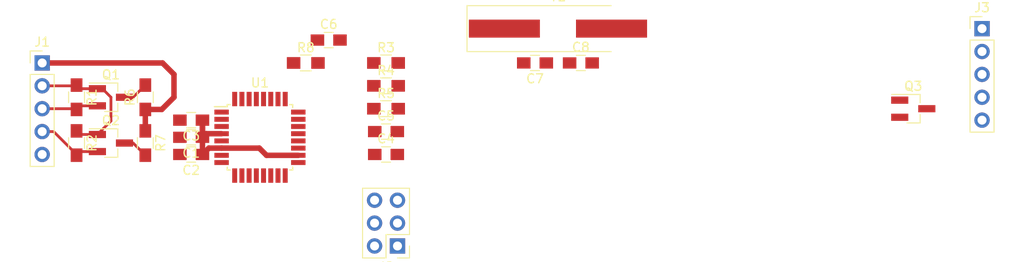
<source format=kicad_pcb>
(kicad_pcb (version 4) (host pcbnew 4.0.7-e2-6376~58~ubuntu16.04.1)

  (general
    (links 59)
    (no_connects 42)
    (area 0 0 0 0)
    (thickness 1.6)
    (drawings 0)
    (tracks 40)
    (zones 0)
    (modules 24)
    (nets 33)
  )

  (page A4)
  (layers
    (0 F.Cu signal)
    (31 B.Cu signal)
    (32 B.Adhes user hide)
    (33 F.Adhes user hide)
    (34 B.Paste user hide)
    (35 F.Paste user hide)
    (36 B.SilkS user hide)
    (37 F.SilkS user hide)
    (38 B.Mask user)
    (39 F.Mask user)
    (40 Dwgs.User user)
    (41 Cmts.User user)
    (42 Eco1.User user)
    (43 Eco2.User user)
    (44 Edge.Cuts user)
    (45 Margin user)
    (46 B.CrtYd user)
    (47 F.CrtYd user)
    (48 B.Fab user)
    (49 F.Fab user)
  )

  (setup
    (last_trace_width 0.1524)
    (trace_clearance 0.1524)
    (zone_clearance 0.508)
    (zone_45_only no)
    (trace_min 0.1524)
    (segment_width 0.2)
    (edge_width 0.15)
    (via_size 0.6858)
    (via_drill 0.3302)
    (via_min_size 0.6858)
    (via_min_drill 0.3302)
    (uvia_size 0.6858)
    (uvia_drill 0.3302)
    (uvias_allowed no)
    (uvia_min_size 0)
    (uvia_min_drill 0)
    (pcb_text_width 0.3)
    (pcb_text_size 1.5 1.5)
    (mod_edge_width 0.15)
    (mod_text_size 1 1)
    (mod_text_width 0.15)
    (pad_size 1.524 1.524)
    (pad_drill 0.762)
    (pad_to_mask_clearance 0.0508)
    (aux_axis_origin 0 0)
    (visible_elements FFFFFF5F)
    (pcbplotparams
      (layerselection 0x00030_80000001)
      (usegerberextensions false)
      (excludeedgelayer true)
      (linewidth 0.100000)
      (plotframeref false)
      (viasonmask false)
      (mode 1)
      (useauxorigin false)
      (hpglpennumber 1)
      (hpglpenspeed 20)
      (hpglpendiameter 15)
      (hpglpenoverlay 2)
      (psnegative false)
      (psa4output false)
      (plotreference true)
      (plotvalue true)
      (plotinvisibletext false)
      (padsonsilk false)
      (subtractmaskfromsilk false)
      (outputformat 1)
      (mirror false)
      (drillshape 1)
      (scaleselection 1)
      (outputdirectory ""))
  )

  (net 0 "")
  (net 1 +5V)
  (net 2 GND)
  (net 3 "Net-(C5-Pad1)")
  (net 4 RESET)
  (net 5 "Net-(C7-Pad2)")
  (net 6 "Net-(C8-Pad2)")
  (net 7 VCC)
  (net 8 SDA_L)
  (net 9 SCL_L)
  (net 10 MISO)
  (net 11 SCK)
  (net 12 MOSI)
  (net 13 CO)
  (net 14 NH3)
  (net 15 NO2)
  (net 16 +5VA)
  (net 17 SDA_H)
  (net 18 SCL_H)
  (net 19 HEATER_EN)
  (net 20 "Net-(U1-Pad1)")
  (net 21 "Net-(U1-Pad2)")
  (net 22 "Net-(U1-Pad9)")
  (net 23 "Net-(U1-Pad10)")
  (net 24 "Net-(U1-Pad11)")
  (net 25 "Net-(U1-Pad13)")
  (net 26 "Net-(U1-Pad14)")
  (net 27 "Net-(U1-Pad19)")
  (net 28 "Net-(U1-Pad22)")
  (net 29 "Net-(U1-Pad26)")
  (net 30 "Net-(U1-Pad30)")
  (net 31 "Net-(U1-Pad31)")
  (net 32 "Net-(U1-Pad32)")

  (net_class Default "Dies ist die voreingestellte Netzklasse."
    (clearance 0.1524)
    (trace_width 0.1524)
    (via_dia 0.6858)
    (via_drill 0.3302)
    (uvia_dia 0.6858)
    (uvia_drill 0.3302)
    (add_net "Net-(C5-Pad1)")
    (add_net "Net-(C7-Pad2)")
    (add_net "Net-(C8-Pad2)")
    (add_net "Net-(U1-Pad1)")
    (add_net "Net-(U1-Pad10)")
    (add_net "Net-(U1-Pad11)")
    (add_net "Net-(U1-Pad13)")
    (add_net "Net-(U1-Pad14)")
    (add_net "Net-(U1-Pad19)")
    (add_net "Net-(U1-Pad2)")
    (add_net "Net-(U1-Pad22)")
    (add_net "Net-(U1-Pad26)")
    (add_net "Net-(U1-Pad30)")
    (add_net "Net-(U1-Pad31)")
    (add_net "Net-(U1-Pad32)")
    (add_net "Net-(U1-Pad9)")
  )

  (net_class Power ""
    (clearance 0.1524)
    (trace_width 0.6096)
    (via_dia 0.6858)
    (via_drill 0.3302)
    (uvia_dia 0.6858)
    (uvia_drill 0.3302)
    (add_net +5V)
    (add_net +5VA)
    (add_net GND)
  )

  (net_class Signal ""
    (clearance 0.1524)
    (trace_width 0.3048)
    (via_dia 0.6858)
    (via_drill 0.3302)
    (uvia_dia 0.6858)
    (uvia_drill 0.3302)
    (add_net CO)
    (add_net HEATER_EN)
    (add_net MISO)
    (add_net MOSI)
    (add_net NH3)
    (add_net NO2)
    (add_net RESET)
    (add_net SCK)
    (add_net SCL_H)
    (add_net SCL_L)
    (add_net SDA_H)
    (add_net SDA_L)
    (add_net VCC)
  )

  (module Capacitors_SMD:C_0805_HandSoldering (layer F.Cu) (tedit 5A861DA6) (tstamp 5A8619DB)
    (at 110.49 106.045 180)
    (descr "Capacitor SMD 0805, hand soldering")
    (tags "capacitor 0805")
    (path /5A870CE1)
    (attr smd)
    (fp_text reference C1 (at 0 -1.75 360) (layer F.SilkS)
      (effects (font (size 1 1) (thickness 0.15)))
    )
    (fp_text value 100n (at 0 1.75 180) (layer F.Fab)
      (effects (font (size 1 1) (thickness 0.15)))
    )
    (fp_text user %R (at 0 -1.75 180) (layer F.Fab)
      (effects (font (size 1 1) (thickness 0.15)))
    )
    (fp_line (start -1 0.62) (end -1 -0.62) (layer F.Fab) (width 0.1))
    (fp_line (start 1 0.62) (end -1 0.62) (layer F.Fab) (width 0.1))
    (fp_line (start 1 -0.62) (end 1 0.62) (layer F.Fab) (width 0.1))
    (fp_line (start -1 -0.62) (end 1 -0.62) (layer F.Fab) (width 0.1))
    (fp_line (start 0.5 -0.85) (end -0.5 -0.85) (layer F.SilkS) (width 0.12))
    (fp_line (start -0.5 0.85) (end 0.5 0.85) (layer F.SilkS) (width 0.12))
    (fp_line (start -2.25 -0.88) (end 2.25 -0.88) (layer F.CrtYd) (width 0.05))
    (fp_line (start -2.25 -0.88) (end -2.25 0.87) (layer F.CrtYd) (width 0.05))
    (fp_line (start 2.25 0.87) (end 2.25 -0.88) (layer F.CrtYd) (width 0.05))
    (fp_line (start 2.25 0.87) (end -2.25 0.87) (layer F.CrtYd) (width 0.05))
    (pad 1 smd rect (at -1.25 0 180) (size 1.5 1.25) (layers F.Cu F.Paste F.Mask)
      (net 1 +5V))
    (pad 2 smd rect (at 1.25 0 180) (size 1.5 1.25) (layers F.Cu F.Paste F.Mask)
      (net 2 GND))
    (model Capacitors_SMD.3dshapes/C_0805.wrl
      (at (xyz 0 0 0))
      (scale (xyz 1 1 1))
      (rotate (xyz 0 0 0))
    )
  )

  (module Capacitors_SMD:C_0805_HandSoldering (layer F.Cu) (tedit 58AA84A8) (tstamp 5A8619E1)
    (at 110.49 107.95 180)
    (descr "Capacitor SMD 0805, hand soldering")
    (tags "capacitor 0805")
    (path /5A86C618)
    (attr smd)
    (fp_text reference C2 (at 0 -1.75 180) (layer F.SilkS)
      (effects (font (size 1 1) (thickness 0.15)))
    )
    (fp_text value 100n (at 0 1.75 180) (layer F.Fab)
      (effects (font (size 1 1) (thickness 0.15)))
    )
    (fp_text user %R (at 0 -1.75 180) (layer F.Fab)
      (effects (font (size 1 1) (thickness 0.15)))
    )
    (fp_line (start -1 0.62) (end -1 -0.62) (layer F.Fab) (width 0.1))
    (fp_line (start 1 0.62) (end -1 0.62) (layer F.Fab) (width 0.1))
    (fp_line (start 1 -0.62) (end 1 0.62) (layer F.Fab) (width 0.1))
    (fp_line (start -1 -0.62) (end 1 -0.62) (layer F.Fab) (width 0.1))
    (fp_line (start 0.5 -0.85) (end -0.5 -0.85) (layer F.SilkS) (width 0.12))
    (fp_line (start -0.5 0.85) (end 0.5 0.85) (layer F.SilkS) (width 0.12))
    (fp_line (start -2.25 -0.88) (end 2.25 -0.88) (layer F.CrtYd) (width 0.05))
    (fp_line (start -2.25 -0.88) (end -2.25 0.87) (layer F.CrtYd) (width 0.05))
    (fp_line (start 2.25 0.87) (end 2.25 -0.88) (layer F.CrtYd) (width 0.05))
    (fp_line (start 2.25 0.87) (end -2.25 0.87) (layer F.CrtYd) (width 0.05))
    (pad 1 smd rect (at -1.25 0 180) (size 1.5 1.25) (layers F.Cu F.Paste F.Mask)
      (net 1 +5V))
    (pad 2 smd rect (at 1.25 0 180) (size 1.5 1.25) (layers F.Cu F.Paste F.Mask)
      (net 2 GND))
    (model Capacitors_SMD.3dshapes/C_0805.wrl
      (at (xyz 0 0 0))
      (scale (xyz 1 1 1))
      (rotate (xyz 0 0 0))
    )
  )

  (module Capacitors_SMD:C_0805_HandSoldering (layer F.Cu) (tedit 58AA84A8) (tstamp 5A8619E7)
    (at 110.49 104.14 180)
    (descr "Capacitor SMD 0805, hand soldering")
    (tags "capacitor 0805")
    (path /5A870BB7)
    (attr smd)
    (fp_text reference C3 (at 0 -1.75 180) (layer F.SilkS)
      (effects (font (size 1 1) (thickness 0.15)))
    )
    (fp_text value 10n (at 0 1.75 180) (layer F.Fab)
      (effects (font (size 1 1) (thickness 0.15)))
    )
    (fp_text user %R (at 0 -1.75 180) (layer F.Fab)
      (effects (font (size 1 1) (thickness 0.15)))
    )
    (fp_line (start -1 0.62) (end -1 -0.62) (layer F.Fab) (width 0.1))
    (fp_line (start 1 0.62) (end -1 0.62) (layer F.Fab) (width 0.1))
    (fp_line (start 1 -0.62) (end 1 0.62) (layer F.Fab) (width 0.1))
    (fp_line (start -1 -0.62) (end 1 -0.62) (layer F.Fab) (width 0.1))
    (fp_line (start 0.5 -0.85) (end -0.5 -0.85) (layer F.SilkS) (width 0.12))
    (fp_line (start -0.5 0.85) (end 0.5 0.85) (layer F.SilkS) (width 0.12))
    (fp_line (start -2.25 -0.88) (end 2.25 -0.88) (layer F.CrtYd) (width 0.05))
    (fp_line (start -2.25 -0.88) (end -2.25 0.87) (layer F.CrtYd) (width 0.05))
    (fp_line (start 2.25 0.87) (end 2.25 -0.88) (layer F.CrtYd) (width 0.05))
    (fp_line (start 2.25 0.87) (end -2.25 0.87) (layer F.CrtYd) (width 0.05))
    (pad 1 smd rect (at -1.25 0 180) (size 1.5 1.25) (layers F.Cu F.Paste F.Mask)
      (net 1 +5V))
    (pad 2 smd rect (at 1.25 0 180) (size 1.5 1.25) (layers F.Cu F.Paste F.Mask)
      (net 2 GND))
    (model Capacitors_SMD.3dshapes/C_0805.wrl
      (at (xyz 0 0 0))
      (scale (xyz 1 1 1))
      (rotate (xyz 0 0 0))
    )
  )

  (module Capacitors_SMD:C_0805_HandSoldering (layer F.Cu) (tedit 58AA84A8) (tstamp 5A8619ED)
    (at 132.08 107.95)
    (descr "Capacitor SMD 0805, hand soldering")
    (tags "capacitor 0805")
    (path /5A871135)
    (attr smd)
    (fp_text reference C4 (at 0 -1.75) (layer F.SilkS)
      (effects (font (size 1 1) (thickness 0.15)))
    )
    (fp_text value 100n (at 0 1.75) (layer F.Fab)
      (effects (font (size 1 1) (thickness 0.15)))
    )
    (fp_text user %R (at 0 -1.75) (layer F.Fab)
      (effects (font (size 1 1) (thickness 0.15)))
    )
    (fp_line (start -1 0.62) (end -1 -0.62) (layer F.Fab) (width 0.1))
    (fp_line (start 1 0.62) (end -1 0.62) (layer F.Fab) (width 0.1))
    (fp_line (start 1 -0.62) (end 1 0.62) (layer F.Fab) (width 0.1))
    (fp_line (start -1 -0.62) (end 1 -0.62) (layer F.Fab) (width 0.1))
    (fp_line (start 0.5 -0.85) (end -0.5 -0.85) (layer F.SilkS) (width 0.12))
    (fp_line (start -0.5 0.85) (end 0.5 0.85) (layer F.SilkS) (width 0.12))
    (fp_line (start -2.25 -0.88) (end 2.25 -0.88) (layer F.CrtYd) (width 0.05))
    (fp_line (start -2.25 -0.88) (end -2.25 0.87) (layer F.CrtYd) (width 0.05))
    (fp_line (start 2.25 0.87) (end 2.25 -0.88) (layer F.CrtYd) (width 0.05))
    (fp_line (start 2.25 0.87) (end -2.25 0.87) (layer F.CrtYd) (width 0.05))
    (pad 1 smd rect (at -1.25 0) (size 1.5 1.25) (layers F.Cu F.Paste F.Mask)
      (net 1 +5V))
    (pad 2 smd rect (at 1.25 0) (size 1.5 1.25) (layers F.Cu F.Paste F.Mask)
      (net 2 GND))
    (model Capacitors_SMD.3dshapes/C_0805.wrl
      (at (xyz 0 0 0))
      (scale (xyz 1 1 1))
      (rotate (xyz 0 0 0))
    )
  )

  (module Capacitors_SMD:C_0805_HandSoldering (layer F.Cu) (tedit 58AA84A8) (tstamp 5A8619F3)
    (at 132.08 105.41)
    (descr "Capacitor SMD 0805, hand soldering")
    (tags "capacitor 0805")
    (path /5A86EB3D)
    (attr smd)
    (fp_text reference C5 (at 0 -1.75) (layer F.SilkS)
      (effects (font (size 1 1) (thickness 0.15)))
    )
    (fp_text value 100n (at 0 1.75) (layer F.Fab)
      (effects (font (size 1 1) (thickness 0.15)))
    )
    (fp_text user %R (at 0 -1.75) (layer F.Fab)
      (effects (font (size 1 1) (thickness 0.15)))
    )
    (fp_line (start -1 0.62) (end -1 -0.62) (layer F.Fab) (width 0.1))
    (fp_line (start 1 0.62) (end -1 0.62) (layer F.Fab) (width 0.1))
    (fp_line (start 1 -0.62) (end 1 0.62) (layer F.Fab) (width 0.1))
    (fp_line (start -1 -0.62) (end 1 -0.62) (layer F.Fab) (width 0.1))
    (fp_line (start 0.5 -0.85) (end -0.5 -0.85) (layer F.SilkS) (width 0.12))
    (fp_line (start -0.5 0.85) (end 0.5 0.85) (layer F.SilkS) (width 0.12))
    (fp_line (start -2.25 -0.88) (end 2.25 -0.88) (layer F.CrtYd) (width 0.05))
    (fp_line (start -2.25 -0.88) (end -2.25 0.87) (layer F.CrtYd) (width 0.05))
    (fp_line (start 2.25 0.87) (end 2.25 -0.88) (layer F.CrtYd) (width 0.05))
    (fp_line (start 2.25 0.87) (end -2.25 0.87) (layer F.CrtYd) (width 0.05))
    (pad 1 smd rect (at -1.25 0) (size 1.5 1.25) (layers F.Cu F.Paste F.Mask)
      (net 3 "Net-(C5-Pad1)"))
    (pad 2 smd rect (at 1.25 0) (size 1.5 1.25) (layers F.Cu F.Paste F.Mask)
      (net 2 GND))
    (model Capacitors_SMD.3dshapes/C_0805.wrl
      (at (xyz 0 0 0))
      (scale (xyz 1 1 1))
      (rotate (xyz 0 0 0))
    )
  )

  (module Capacitors_SMD:C_0805_HandSoldering (layer F.Cu) (tedit 58AA84A8) (tstamp 5A8619F9)
    (at 125.73 95.25)
    (descr "Capacitor SMD 0805, hand soldering")
    (tags "capacitor 0805")
    (path /5A87D267)
    (attr smd)
    (fp_text reference C6 (at 0 -1.75) (layer F.SilkS)
      (effects (font (size 1 1) (thickness 0.15)))
    )
    (fp_text value 100n (at 0 1.75) (layer F.Fab)
      (effects (font (size 1 1) (thickness 0.15)))
    )
    (fp_text user %R (at 0 -1.75) (layer F.Fab)
      (effects (font (size 1 1) (thickness 0.15)))
    )
    (fp_line (start -1 0.62) (end -1 -0.62) (layer F.Fab) (width 0.1))
    (fp_line (start 1 0.62) (end -1 0.62) (layer F.Fab) (width 0.1))
    (fp_line (start 1 -0.62) (end 1 0.62) (layer F.Fab) (width 0.1))
    (fp_line (start -1 -0.62) (end 1 -0.62) (layer F.Fab) (width 0.1))
    (fp_line (start 0.5 -0.85) (end -0.5 -0.85) (layer F.SilkS) (width 0.12))
    (fp_line (start -0.5 0.85) (end 0.5 0.85) (layer F.SilkS) (width 0.12))
    (fp_line (start -2.25 -0.88) (end 2.25 -0.88) (layer F.CrtYd) (width 0.05))
    (fp_line (start -2.25 -0.88) (end -2.25 0.87) (layer F.CrtYd) (width 0.05))
    (fp_line (start 2.25 0.87) (end 2.25 -0.88) (layer F.CrtYd) (width 0.05))
    (fp_line (start 2.25 0.87) (end -2.25 0.87) (layer F.CrtYd) (width 0.05))
    (pad 1 smd rect (at -1.25 0) (size 1.5 1.25) (layers F.Cu F.Paste F.Mask)
      (net 4 RESET))
    (pad 2 smd rect (at 1.25 0) (size 1.5 1.25) (layers F.Cu F.Paste F.Mask)
      (net 2 GND))
    (model Capacitors_SMD.3dshapes/C_0805.wrl
      (at (xyz 0 0 0))
      (scale (xyz 1 1 1))
      (rotate (xyz 0 0 0))
    )
  )

  (module Capacitors_SMD:C_0805_HandSoldering (layer F.Cu) (tedit 58AA84A8) (tstamp 5A8619FF)
    (at 148.59 97.79 180)
    (descr "Capacitor SMD 0805, hand soldering")
    (tags "capacitor 0805")
    (path /5A860FF1)
    (attr smd)
    (fp_text reference C7 (at 0 -1.75 180) (layer F.SilkS)
      (effects (font (size 1 1) (thickness 0.15)))
    )
    (fp_text value 12p-22p (at 0 1.75 180) (layer F.Fab)
      (effects (font (size 1 1) (thickness 0.15)))
    )
    (fp_text user %R (at 0 -1.75 180) (layer F.Fab)
      (effects (font (size 1 1) (thickness 0.15)))
    )
    (fp_line (start -1 0.62) (end -1 -0.62) (layer F.Fab) (width 0.1))
    (fp_line (start 1 0.62) (end -1 0.62) (layer F.Fab) (width 0.1))
    (fp_line (start 1 -0.62) (end 1 0.62) (layer F.Fab) (width 0.1))
    (fp_line (start -1 -0.62) (end 1 -0.62) (layer F.Fab) (width 0.1))
    (fp_line (start 0.5 -0.85) (end -0.5 -0.85) (layer F.SilkS) (width 0.12))
    (fp_line (start -0.5 0.85) (end 0.5 0.85) (layer F.SilkS) (width 0.12))
    (fp_line (start -2.25 -0.88) (end 2.25 -0.88) (layer F.CrtYd) (width 0.05))
    (fp_line (start -2.25 -0.88) (end -2.25 0.87) (layer F.CrtYd) (width 0.05))
    (fp_line (start 2.25 0.87) (end 2.25 -0.88) (layer F.CrtYd) (width 0.05))
    (fp_line (start 2.25 0.87) (end -2.25 0.87) (layer F.CrtYd) (width 0.05))
    (pad 1 smd rect (at -1.25 0 180) (size 1.5 1.25) (layers F.Cu F.Paste F.Mask)
      (net 2 GND))
    (pad 2 smd rect (at 1.25 0 180) (size 1.5 1.25) (layers F.Cu F.Paste F.Mask)
      (net 5 "Net-(C7-Pad2)"))
    (model Capacitors_SMD.3dshapes/C_0805.wrl
      (at (xyz 0 0 0))
      (scale (xyz 1 1 1))
      (rotate (xyz 0 0 0))
    )
  )

  (module Capacitors_SMD:C_0805_HandSoldering (layer F.Cu) (tedit 58AA84A8) (tstamp 5A861A05)
    (at 153.67 97.79)
    (descr "Capacitor SMD 0805, hand soldering")
    (tags "capacitor 0805")
    (path /5A888077)
    (attr smd)
    (fp_text reference C8 (at 0 -1.75) (layer F.SilkS)
      (effects (font (size 1 1) (thickness 0.15)))
    )
    (fp_text value 12p-22p (at 0 1.75) (layer F.Fab)
      (effects (font (size 1 1) (thickness 0.15)))
    )
    (fp_text user %R (at 0 -1.75) (layer F.Fab)
      (effects (font (size 1 1) (thickness 0.15)))
    )
    (fp_line (start -1 0.62) (end -1 -0.62) (layer F.Fab) (width 0.1))
    (fp_line (start 1 0.62) (end -1 0.62) (layer F.Fab) (width 0.1))
    (fp_line (start 1 -0.62) (end 1 0.62) (layer F.Fab) (width 0.1))
    (fp_line (start -1 -0.62) (end 1 -0.62) (layer F.Fab) (width 0.1))
    (fp_line (start 0.5 -0.85) (end -0.5 -0.85) (layer F.SilkS) (width 0.12))
    (fp_line (start -0.5 0.85) (end 0.5 0.85) (layer F.SilkS) (width 0.12))
    (fp_line (start -2.25 -0.88) (end 2.25 -0.88) (layer F.CrtYd) (width 0.05))
    (fp_line (start -2.25 -0.88) (end -2.25 0.87) (layer F.CrtYd) (width 0.05))
    (fp_line (start 2.25 0.87) (end 2.25 -0.88) (layer F.CrtYd) (width 0.05))
    (fp_line (start 2.25 0.87) (end -2.25 0.87) (layer F.CrtYd) (width 0.05))
    (pad 1 smd rect (at -1.25 0) (size 1.5 1.25) (layers F.Cu F.Paste F.Mask)
      (net 2 GND))
    (pad 2 smd rect (at 1.25 0) (size 1.5 1.25) (layers F.Cu F.Paste F.Mask)
      (net 6 "Net-(C8-Pad2)"))
    (model Capacitors_SMD.3dshapes/C_0805.wrl
      (at (xyz 0 0 0))
      (scale (xyz 1 1 1))
      (rotate (xyz 0 0 0))
    )
  )

  (module Pin_Headers:Pin_Header_Straight_2x03_Pitch2.54mm (layer F.Cu) (tedit 59650532) (tstamp 5A861A18)
    (at 133.35 118.11 180)
    (descr "Through hole straight pin header, 2x03, 2.54mm pitch, double rows")
    (tags "Through hole pin header THT 2x03 2.54mm double row")
    (path /5A865637)
    (fp_text reference J2 (at 1.27 -2.33 180) (layer F.SilkS)
      (effects (font (size 1 1) (thickness 0.15)))
    )
    (fp_text value ICSP1 (at 1.27 7.41 180) (layer F.Fab)
      (effects (font (size 1 1) (thickness 0.15)))
    )
    (fp_line (start 0 -1.27) (end 3.81 -1.27) (layer F.Fab) (width 0.1))
    (fp_line (start 3.81 -1.27) (end 3.81 6.35) (layer F.Fab) (width 0.1))
    (fp_line (start 3.81 6.35) (end -1.27 6.35) (layer F.Fab) (width 0.1))
    (fp_line (start -1.27 6.35) (end -1.27 0) (layer F.Fab) (width 0.1))
    (fp_line (start -1.27 0) (end 0 -1.27) (layer F.Fab) (width 0.1))
    (fp_line (start -1.33 6.41) (end 3.87 6.41) (layer F.SilkS) (width 0.12))
    (fp_line (start -1.33 1.27) (end -1.33 6.41) (layer F.SilkS) (width 0.12))
    (fp_line (start 3.87 -1.33) (end 3.87 6.41) (layer F.SilkS) (width 0.12))
    (fp_line (start -1.33 1.27) (end 1.27 1.27) (layer F.SilkS) (width 0.12))
    (fp_line (start 1.27 1.27) (end 1.27 -1.33) (layer F.SilkS) (width 0.12))
    (fp_line (start 1.27 -1.33) (end 3.87 -1.33) (layer F.SilkS) (width 0.12))
    (fp_line (start -1.33 0) (end -1.33 -1.33) (layer F.SilkS) (width 0.12))
    (fp_line (start -1.33 -1.33) (end 0 -1.33) (layer F.SilkS) (width 0.12))
    (fp_line (start -1.8 -1.8) (end -1.8 6.85) (layer F.CrtYd) (width 0.05))
    (fp_line (start -1.8 6.85) (end 4.35 6.85) (layer F.CrtYd) (width 0.05))
    (fp_line (start 4.35 6.85) (end 4.35 -1.8) (layer F.CrtYd) (width 0.05))
    (fp_line (start 4.35 -1.8) (end -1.8 -1.8) (layer F.CrtYd) (width 0.05))
    (fp_text user %R (at 1.27 2.54 270) (layer F.Fab)
      (effects (font (size 1 1) (thickness 0.15)))
    )
    (pad 1 thru_hole rect (at 0 0 180) (size 1.7 1.7) (drill 1) (layers *.Cu *.Mask)
      (net 10 MISO))
    (pad 2 thru_hole oval (at 2.54 0 180) (size 1.7 1.7) (drill 1) (layers *.Cu *.Mask)
      (net 1 +5V))
    (pad 3 thru_hole oval (at 0 2.54 180) (size 1.7 1.7) (drill 1) (layers *.Cu *.Mask)
      (net 11 SCK))
    (pad 4 thru_hole oval (at 2.54 2.54 180) (size 1.7 1.7) (drill 1) (layers *.Cu *.Mask)
      (net 12 MOSI))
    (pad 5 thru_hole oval (at 0 5.08 180) (size 1.7 1.7) (drill 1) (layers *.Cu *.Mask)
      (net 4 RESET))
    (pad 6 thru_hole oval (at 2.54 5.08 180) (size 1.7 1.7) (drill 1) (layers *.Cu *.Mask)
      (net 2 GND))
    (model ${KISYS3DMOD}/Pin_Headers.3dshapes/Pin_Header_Straight_2x03_Pitch2.54mm.wrl
      (at (xyz 0 0 0))
      (scale (xyz 1 1 1))
      (rotate (xyz 0 0 0))
    )
  )

  (module Socket_Strips:Socket_Strip_Straight_1x05_Pitch2.54mm (layer F.Cu) (tedit 58CD5446) (tstamp 5A861A21)
    (at 198.12 93.98)
    (descr "Through hole straight socket strip, 1x05, 2.54mm pitch, single row")
    (tags "Through hole socket strip THT 1x05 2.54mm single row")
    (path /5A85F1CF)
    (fp_text reference J3 (at 0 -2.33) (layer F.SilkS)
      (effects (font (size 1 1) (thickness 0.15)))
    )
    (fp_text value Conn_01x05 (at 0 12.49) (layer F.Fab)
      (effects (font (size 1 1) (thickness 0.15)))
    )
    (fp_line (start -1.27 -1.27) (end -1.27 11.43) (layer F.Fab) (width 0.1))
    (fp_line (start -1.27 11.43) (end 1.27 11.43) (layer F.Fab) (width 0.1))
    (fp_line (start 1.27 11.43) (end 1.27 -1.27) (layer F.Fab) (width 0.1))
    (fp_line (start 1.27 -1.27) (end -1.27 -1.27) (layer F.Fab) (width 0.1))
    (fp_line (start -1.33 1.27) (end -1.33 11.49) (layer F.SilkS) (width 0.12))
    (fp_line (start -1.33 11.49) (end 1.33 11.49) (layer F.SilkS) (width 0.12))
    (fp_line (start 1.33 11.49) (end 1.33 1.27) (layer F.SilkS) (width 0.12))
    (fp_line (start 1.33 1.27) (end -1.33 1.27) (layer F.SilkS) (width 0.12))
    (fp_line (start -1.33 0) (end -1.33 -1.33) (layer F.SilkS) (width 0.12))
    (fp_line (start -1.33 -1.33) (end 0 -1.33) (layer F.SilkS) (width 0.12))
    (fp_line (start -1.8 -1.8) (end -1.8 11.95) (layer F.CrtYd) (width 0.05))
    (fp_line (start -1.8 11.95) (end 1.8 11.95) (layer F.CrtYd) (width 0.05))
    (fp_line (start 1.8 11.95) (end 1.8 -1.8) (layer F.CrtYd) (width 0.05))
    (fp_line (start 1.8 -1.8) (end -1.8 -1.8) (layer F.CrtYd) (width 0.05))
    (fp_text user %R (at 0 -2.33) (layer F.Fab)
      (effects (font (size 1 1) (thickness 0.15)))
    )
    (pad 1 thru_hole rect (at 0 0) (size 1.7 1.7) (drill 1) (layers *.Cu *.Mask)
      (net 13 CO))
    (pad 2 thru_hole oval (at 0 2.54) (size 1.7 1.7) (drill 1) (layers *.Cu *.Mask)
      (net 14 NH3))
    (pad 3 thru_hole oval (at 0 5.08) (size 1.7 1.7) (drill 1) (layers *.Cu *.Mask)
      (net 15 NO2))
    (pad 4 thru_hole oval (at 0 7.62) (size 1.7 1.7) (drill 1) (layers *.Cu *.Mask)
      (net 16 +5VA))
    (pad 5 thru_hole oval (at 0 10.16) (size 1.7 1.7) (drill 1) (layers *.Cu *.Mask)
      (net 2 GND))
    (model ${KISYS3DMOD}/Socket_Strips.3dshapes/Socket_Strip_Straight_1x05_Pitch2.54mm.wrl
      (at (xyz 0 -0.2 0))
      (scale (xyz 1 1 1))
      (rotate (xyz 0 0 270))
    )
  )

  (module TO_SOT_Packages_SMD:SOT-23_Handsoldering (layer F.Cu) (tedit 58CE4E7E) (tstamp 5A861A28)
    (at 101.6 101.6)
    (descr "SOT-23, Handsoldering")
    (tags SOT-23)
    (path /5A8607AE)
    (attr smd)
    (fp_text reference Q1 (at 0 -2.5) (layer F.SilkS)
      (effects (font (size 1 1) (thickness 0.15)))
    )
    (fp_text value BSS138 (at 0 2.5) (layer F.Fab)
      (effects (font (size 1 1) (thickness 0.15)))
    )
    (fp_text user %R (at 0 0 90) (layer F.Fab)
      (effects (font (size 0.5 0.5) (thickness 0.075)))
    )
    (fp_line (start 0.76 1.58) (end 0.76 0.65) (layer F.SilkS) (width 0.12))
    (fp_line (start 0.76 -1.58) (end 0.76 -0.65) (layer F.SilkS) (width 0.12))
    (fp_line (start -2.7 -1.75) (end 2.7 -1.75) (layer F.CrtYd) (width 0.05))
    (fp_line (start 2.7 -1.75) (end 2.7 1.75) (layer F.CrtYd) (width 0.05))
    (fp_line (start 2.7 1.75) (end -2.7 1.75) (layer F.CrtYd) (width 0.05))
    (fp_line (start -2.7 1.75) (end -2.7 -1.75) (layer F.CrtYd) (width 0.05))
    (fp_line (start 0.76 -1.58) (end -2.4 -1.58) (layer F.SilkS) (width 0.12))
    (fp_line (start -0.7 -0.95) (end -0.7 1.5) (layer F.Fab) (width 0.1))
    (fp_line (start -0.15 -1.52) (end 0.7 -1.52) (layer F.Fab) (width 0.1))
    (fp_line (start -0.7 -0.95) (end -0.15 -1.52) (layer F.Fab) (width 0.1))
    (fp_line (start 0.7 -1.52) (end 0.7 1.52) (layer F.Fab) (width 0.1))
    (fp_line (start -0.7 1.52) (end 0.7 1.52) (layer F.Fab) (width 0.1))
    (fp_line (start 0.76 1.58) (end -0.7 1.58) (layer F.SilkS) (width 0.12))
    (pad 1 smd rect (at -1.5 -0.95) (size 1.9 0.8) (layers F.Cu F.Paste F.Mask)
      (net 7 VCC))
    (pad 2 smd rect (at -1.5 0.95) (size 1.9 0.8) (layers F.Cu F.Paste F.Mask)
      (net 8 SDA_L))
    (pad 3 smd rect (at 1.5 0) (size 1.9 0.8) (layers F.Cu F.Paste F.Mask)
      (net 17 SDA_H))
    (model ${KISYS3DMOD}/TO_SOT_Packages_SMD.3dshapes\SOT-23.wrl
      (at (xyz 0 0 0))
      (scale (xyz 1 1 1))
      (rotate (xyz 0 0 0))
    )
  )

  (module TO_SOT_Packages_SMD:SOT-23_Handsoldering (layer F.Cu) (tedit 58CE4E7E) (tstamp 5A861A2F)
    (at 101.6 106.68)
    (descr "SOT-23, Handsoldering")
    (tags SOT-23)
    (path /5A860837)
    (attr smd)
    (fp_text reference Q2 (at 0 -2.5) (layer F.SilkS)
      (effects (font (size 1 1) (thickness 0.15)))
    )
    (fp_text value BSS138 (at 0 2.5) (layer F.Fab)
      (effects (font (size 1 1) (thickness 0.15)))
    )
    (fp_text user %R (at 0 0 90) (layer F.Fab)
      (effects (font (size 0.5 0.5) (thickness 0.075)))
    )
    (fp_line (start 0.76 1.58) (end 0.76 0.65) (layer F.SilkS) (width 0.12))
    (fp_line (start 0.76 -1.58) (end 0.76 -0.65) (layer F.SilkS) (width 0.12))
    (fp_line (start -2.7 -1.75) (end 2.7 -1.75) (layer F.CrtYd) (width 0.05))
    (fp_line (start 2.7 -1.75) (end 2.7 1.75) (layer F.CrtYd) (width 0.05))
    (fp_line (start 2.7 1.75) (end -2.7 1.75) (layer F.CrtYd) (width 0.05))
    (fp_line (start -2.7 1.75) (end -2.7 -1.75) (layer F.CrtYd) (width 0.05))
    (fp_line (start 0.76 -1.58) (end -2.4 -1.58) (layer F.SilkS) (width 0.12))
    (fp_line (start -0.7 -0.95) (end -0.7 1.5) (layer F.Fab) (width 0.1))
    (fp_line (start -0.15 -1.52) (end 0.7 -1.52) (layer F.Fab) (width 0.1))
    (fp_line (start -0.7 -0.95) (end -0.15 -1.52) (layer F.Fab) (width 0.1))
    (fp_line (start 0.7 -1.52) (end 0.7 1.52) (layer F.Fab) (width 0.1))
    (fp_line (start -0.7 1.52) (end 0.7 1.52) (layer F.Fab) (width 0.1))
    (fp_line (start 0.76 1.58) (end -0.7 1.58) (layer F.SilkS) (width 0.12))
    (pad 1 smd rect (at -1.5 -0.95) (size 1.9 0.8) (layers F.Cu F.Paste F.Mask)
      (net 7 VCC))
    (pad 2 smd rect (at -1.5 0.95) (size 1.9 0.8) (layers F.Cu F.Paste F.Mask)
      (net 9 SCL_L))
    (pad 3 smd rect (at 1.5 0) (size 1.9 0.8) (layers F.Cu F.Paste F.Mask)
      (net 18 SCL_H))
    (model ${KISYS3DMOD}/TO_SOT_Packages_SMD.3dshapes\SOT-23.wrl
      (at (xyz 0 0 0))
      (scale (xyz 1 1 1))
      (rotate (xyz 0 0 0))
    )
  )

  (module TO_SOT_Packages_SMD:SOT-23_Handsoldering (layer F.Cu) (tedit 58CE4E7E) (tstamp 5A861A36)
    (at 190.5 102.87)
    (descr "SOT-23, Handsoldering")
    (tags SOT-23)
    (path /5A875453)
    (attr smd)
    (fp_text reference Q3 (at 0 -2.5) (layer F.SilkS)
      (effects (font (size 1 1) (thickness 0.15)))
    )
    (fp_text value Si2301 (at 0 2.5) (layer F.Fab)
      (effects (font (size 1 1) (thickness 0.15)))
    )
    (fp_text user %R (at 0 0 90) (layer F.Fab)
      (effects (font (size 0.5 0.5) (thickness 0.075)))
    )
    (fp_line (start 0.76 1.58) (end 0.76 0.65) (layer F.SilkS) (width 0.12))
    (fp_line (start 0.76 -1.58) (end 0.76 -0.65) (layer F.SilkS) (width 0.12))
    (fp_line (start -2.7 -1.75) (end 2.7 -1.75) (layer F.CrtYd) (width 0.05))
    (fp_line (start 2.7 -1.75) (end 2.7 1.75) (layer F.CrtYd) (width 0.05))
    (fp_line (start 2.7 1.75) (end -2.7 1.75) (layer F.CrtYd) (width 0.05))
    (fp_line (start -2.7 1.75) (end -2.7 -1.75) (layer F.CrtYd) (width 0.05))
    (fp_line (start 0.76 -1.58) (end -2.4 -1.58) (layer F.SilkS) (width 0.12))
    (fp_line (start -0.7 -0.95) (end -0.7 1.5) (layer F.Fab) (width 0.1))
    (fp_line (start -0.15 -1.52) (end 0.7 -1.52) (layer F.Fab) (width 0.1))
    (fp_line (start -0.7 -0.95) (end -0.15 -1.52) (layer F.Fab) (width 0.1))
    (fp_line (start 0.7 -1.52) (end 0.7 1.52) (layer F.Fab) (width 0.1))
    (fp_line (start -0.7 1.52) (end 0.7 1.52) (layer F.Fab) (width 0.1))
    (fp_line (start 0.76 1.58) (end -0.7 1.58) (layer F.SilkS) (width 0.12))
    (pad 1 smd rect (at -1.5 -0.95) (size 1.9 0.8) (layers F.Cu F.Paste F.Mask)
      (net 19 HEATER_EN))
    (pad 2 smd rect (at -1.5 0.95) (size 1.9 0.8) (layers F.Cu F.Paste F.Mask)
      (net 1 +5V))
    (pad 3 smd rect (at 1.5 0) (size 1.9 0.8) (layers F.Cu F.Paste F.Mask)
      (net 16 +5VA))
    (model ${KISYS3DMOD}/TO_SOT_Packages_SMD.3dshapes\SOT-23.wrl
      (at (xyz 0 0 0))
      (scale (xyz 1 1 1))
      (rotate (xyz 0 0 0))
    )
  )

  (module Resistors_SMD:R_0805_HandSoldering (layer F.Cu) (tedit 58E0A804) (tstamp 5A861A3C)
    (at 97.79 101.6 270)
    (descr "Resistor SMD 0805, hand soldering")
    (tags "resistor 0805")
    (path /5A860C70)
    (attr smd)
    (fp_text reference R1 (at 0 -1.7 270) (layer F.SilkS)
      (effects (font (size 1 1) (thickness 0.15)))
    )
    (fp_text value 10k (at 0 1.75 270) (layer F.Fab)
      (effects (font (size 1 1) (thickness 0.15)))
    )
    (fp_text user %R (at 0 0 270) (layer F.Fab)
      (effects (font (size 0.5 0.5) (thickness 0.075)))
    )
    (fp_line (start -1 0.62) (end -1 -0.62) (layer F.Fab) (width 0.1))
    (fp_line (start 1 0.62) (end -1 0.62) (layer F.Fab) (width 0.1))
    (fp_line (start 1 -0.62) (end 1 0.62) (layer F.Fab) (width 0.1))
    (fp_line (start -1 -0.62) (end 1 -0.62) (layer F.Fab) (width 0.1))
    (fp_line (start 0.6 0.88) (end -0.6 0.88) (layer F.SilkS) (width 0.12))
    (fp_line (start -0.6 -0.88) (end 0.6 -0.88) (layer F.SilkS) (width 0.12))
    (fp_line (start -2.35 -0.9) (end 2.35 -0.9) (layer F.CrtYd) (width 0.05))
    (fp_line (start -2.35 -0.9) (end -2.35 0.9) (layer F.CrtYd) (width 0.05))
    (fp_line (start 2.35 0.9) (end 2.35 -0.9) (layer F.CrtYd) (width 0.05))
    (fp_line (start 2.35 0.9) (end -2.35 0.9) (layer F.CrtYd) (width 0.05))
    (pad 1 smd rect (at -1.35 0 270) (size 1.5 1.3) (layers F.Cu F.Paste F.Mask)
      (net 7 VCC))
    (pad 2 smd rect (at 1.35 0 270) (size 1.5 1.3) (layers F.Cu F.Paste F.Mask)
      (net 8 SDA_L))
    (model ${KISYS3DMOD}/Resistors_SMD.3dshapes/R_0805.wrl
      (at (xyz 0 0 0))
      (scale (xyz 1 1 1))
      (rotate (xyz 0 0 0))
    )
  )

  (module Resistors_SMD:R_0805_HandSoldering (layer F.Cu) (tedit 58E0A804) (tstamp 5A861A42)
    (at 97.79 106.68 270)
    (descr "Resistor SMD 0805, hand soldering")
    (tags "resistor 0805")
    (path /5A860CDF)
    (attr smd)
    (fp_text reference R2 (at 0 -1.7 270) (layer F.SilkS)
      (effects (font (size 1 1) (thickness 0.15)))
    )
    (fp_text value 10k (at 0 1.75 270) (layer F.Fab)
      (effects (font (size 1 1) (thickness 0.15)))
    )
    (fp_text user %R (at 0 0 270) (layer F.Fab)
      (effects (font (size 0.5 0.5) (thickness 0.075)))
    )
    (fp_line (start -1 0.62) (end -1 -0.62) (layer F.Fab) (width 0.1))
    (fp_line (start 1 0.62) (end -1 0.62) (layer F.Fab) (width 0.1))
    (fp_line (start 1 -0.62) (end 1 0.62) (layer F.Fab) (width 0.1))
    (fp_line (start -1 -0.62) (end 1 -0.62) (layer F.Fab) (width 0.1))
    (fp_line (start 0.6 0.88) (end -0.6 0.88) (layer F.SilkS) (width 0.12))
    (fp_line (start -0.6 -0.88) (end 0.6 -0.88) (layer F.SilkS) (width 0.12))
    (fp_line (start -2.35 -0.9) (end 2.35 -0.9) (layer F.CrtYd) (width 0.05))
    (fp_line (start -2.35 -0.9) (end -2.35 0.9) (layer F.CrtYd) (width 0.05))
    (fp_line (start 2.35 0.9) (end 2.35 -0.9) (layer F.CrtYd) (width 0.05))
    (fp_line (start 2.35 0.9) (end -2.35 0.9) (layer F.CrtYd) (width 0.05))
    (pad 1 smd rect (at -1.35 0 270) (size 1.5 1.3) (layers F.Cu F.Paste F.Mask)
      (net 7 VCC))
    (pad 2 smd rect (at 1.35 0 270) (size 1.5 1.3) (layers F.Cu F.Paste F.Mask)
      (net 9 SCL_L))
    (model ${KISYS3DMOD}/Resistors_SMD.3dshapes/R_0805.wrl
      (at (xyz 0 0 0))
      (scale (xyz 1 1 1))
      (rotate (xyz 0 0 0))
    )
  )

  (module Resistors_SMD:R_0805_HandSoldering (layer F.Cu) (tedit 58E0A804) (tstamp 5A861A48)
    (at 132.08 97.79)
    (descr "Resistor SMD 0805, hand soldering")
    (tags "resistor 0805")
    (path /5A872A50)
    (attr smd)
    (fp_text reference R3 (at 0 -1.7) (layer F.SilkS)
      (effects (font (size 1 1) (thickness 0.15)))
    )
    (fp_text value 10k (at 0 1.75) (layer F.Fab)
      (effects (font (size 1 1) (thickness 0.15)))
    )
    (fp_text user %R (at 0 0) (layer F.Fab)
      (effects (font (size 0.5 0.5) (thickness 0.075)))
    )
    (fp_line (start -1 0.62) (end -1 -0.62) (layer F.Fab) (width 0.1))
    (fp_line (start 1 0.62) (end -1 0.62) (layer F.Fab) (width 0.1))
    (fp_line (start 1 -0.62) (end 1 0.62) (layer F.Fab) (width 0.1))
    (fp_line (start -1 -0.62) (end 1 -0.62) (layer F.Fab) (width 0.1))
    (fp_line (start 0.6 0.88) (end -0.6 0.88) (layer F.SilkS) (width 0.12))
    (fp_line (start -0.6 -0.88) (end 0.6 -0.88) (layer F.SilkS) (width 0.12))
    (fp_line (start -2.35 -0.9) (end 2.35 -0.9) (layer F.CrtYd) (width 0.05))
    (fp_line (start -2.35 -0.9) (end -2.35 0.9) (layer F.CrtYd) (width 0.05))
    (fp_line (start 2.35 0.9) (end 2.35 -0.9) (layer F.CrtYd) (width 0.05))
    (fp_line (start 2.35 0.9) (end -2.35 0.9) (layer F.CrtYd) (width 0.05))
    (pad 1 smd rect (at -1.35 0) (size 1.5 1.3) (layers F.Cu F.Paste F.Mask)
      (net 15 NO2))
    (pad 2 smd rect (at 1.35 0) (size 1.5 1.3) (layers F.Cu F.Paste F.Mask)
      (net 1 +5V))
    (model ${KISYS3DMOD}/Resistors_SMD.3dshapes/R_0805.wrl
      (at (xyz 0 0 0))
      (scale (xyz 1 1 1))
      (rotate (xyz 0 0 0))
    )
  )

  (module Resistors_SMD:R_0805_HandSoldering (layer F.Cu) (tedit 58E0A804) (tstamp 5A861A4E)
    (at 132.08 100.33)
    (descr "Resistor SMD 0805, hand soldering")
    (tags "resistor 0805")
    (path /5A872CF7)
    (attr smd)
    (fp_text reference R4 (at 0 -1.7) (layer F.SilkS)
      (effects (font (size 1 1) (thickness 0.15)))
    )
    (fp_text value 560k (at 0 1.75) (layer F.Fab)
      (effects (font (size 1 1) (thickness 0.15)))
    )
    (fp_text user %R (at 0 0) (layer F.Fab)
      (effects (font (size 0.5 0.5) (thickness 0.075)))
    )
    (fp_line (start -1 0.62) (end -1 -0.62) (layer F.Fab) (width 0.1))
    (fp_line (start 1 0.62) (end -1 0.62) (layer F.Fab) (width 0.1))
    (fp_line (start 1 -0.62) (end 1 0.62) (layer F.Fab) (width 0.1))
    (fp_line (start -1 -0.62) (end 1 -0.62) (layer F.Fab) (width 0.1))
    (fp_line (start 0.6 0.88) (end -0.6 0.88) (layer F.SilkS) (width 0.12))
    (fp_line (start -0.6 -0.88) (end 0.6 -0.88) (layer F.SilkS) (width 0.12))
    (fp_line (start -2.35 -0.9) (end 2.35 -0.9) (layer F.CrtYd) (width 0.05))
    (fp_line (start -2.35 -0.9) (end -2.35 0.9) (layer F.CrtYd) (width 0.05))
    (fp_line (start 2.35 0.9) (end 2.35 -0.9) (layer F.CrtYd) (width 0.05))
    (fp_line (start 2.35 0.9) (end -2.35 0.9) (layer F.CrtYd) (width 0.05))
    (pad 1 smd rect (at -1.35 0) (size 1.5 1.3) (layers F.Cu F.Paste F.Mask)
      (net 13 CO))
    (pad 2 smd rect (at 1.35 0) (size 1.5 1.3) (layers F.Cu F.Paste F.Mask)
      (net 1 +5V))
    (model ${KISYS3DMOD}/Resistors_SMD.3dshapes/R_0805.wrl
      (at (xyz 0 0 0))
      (scale (xyz 1 1 1))
      (rotate (xyz 0 0 0))
    )
  )

  (module Resistors_SMD:R_0805_HandSoldering (layer F.Cu) (tedit 58E0A804) (tstamp 5A861A54)
    (at 132.08 102.87)
    (descr "Resistor SMD 0805, hand soldering")
    (tags "resistor 0805")
    (path /5A872D91)
    (attr smd)
    (fp_text reference R5 (at 0 -1.7) (layer F.SilkS)
      (effects (font (size 1 1) (thickness 0.15)))
    )
    (fp_text value 470k (at 0 1.75) (layer F.Fab)
      (effects (font (size 1 1) (thickness 0.15)))
    )
    (fp_text user %R (at 0 0) (layer F.Fab)
      (effects (font (size 0.5 0.5) (thickness 0.075)))
    )
    (fp_line (start -1 0.62) (end -1 -0.62) (layer F.Fab) (width 0.1))
    (fp_line (start 1 0.62) (end -1 0.62) (layer F.Fab) (width 0.1))
    (fp_line (start 1 -0.62) (end 1 0.62) (layer F.Fab) (width 0.1))
    (fp_line (start -1 -0.62) (end 1 -0.62) (layer F.Fab) (width 0.1))
    (fp_line (start 0.6 0.88) (end -0.6 0.88) (layer F.SilkS) (width 0.12))
    (fp_line (start -0.6 -0.88) (end 0.6 -0.88) (layer F.SilkS) (width 0.12))
    (fp_line (start -2.35 -0.9) (end 2.35 -0.9) (layer F.CrtYd) (width 0.05))
    (fp_line (start -2.35 -0.9) (end -2.35 0.9) (layer F.CrtYd) (width 0.05))
    (fp_line (start 2.35 0.9) (end 2.35 -0.9) (layer F.CrtYd) (width 0.05))
    (fp_line (start 2.35 0.9) (end -2.35 0.9) (layer F.CrtYd) (width 0.05))
    (pad 1 smd rect (at -1.35 0) (size 1.5 1.3) (layers F.Cu F.Paste F.Mask)
      (net 14 NH3))
    (pad 2 smd rect (at 1.35 0) (size 1.5 1.3) (layers F.Cu F.Paste F.Mask)
      (net 1 +5V))
    (model ${KISYS3DMOD}/Resistors_SMD.3dshapes/R_0805.wrl
      (at (xyz 0 0 0))
      (scale (xyz 1 1 1))
      (rotate (xyz 0 0 0))
    )
  )

  (module Resistors_SMD:R_0805_HandSoldering (layer F.Cu) (tedit 58E0A804) (tstamp 5A861A5A)
    (at 105.41 101.6 90)
    (descr "Resistor SMD 0805, hand soldering")
    (tags "resistor 0805")
    (path /5A860D16)
    (attr smd)
    (fp_text reference R6 (at 0 -1.7 90) (layer F.SilkS)
      (effects (font (size 1 1) (thickness 0.15)))
    )
    (fp_text value 10k (at 0 1.75 90) (layer F.Fab)
      (effects (font (size 1 1) (thickness 0.15)))
    )
    (fp_text user %R (at 0 0 90) (layer F.Fab)
      (effects (font (size 0.5 0.5) (thickness 0.075)))
    )
    (fp_line (start -1 0.62) (end -1 -0.62) (layer F.Fab) (width 0.1))
    (fp_line (start 1 0.62) (end -1 0.62) (layer F.Fab) (width 0.1))
    (fp_line (start 1 -0.62) (end 1 0.62) (layer F.Fab) (width 0.1))
    (fp_line (start -1 -0.62) (end 1 -0.62) (layer F.Fab) (width 0.1))
    (fp_line (start 0.6 0.88) (end -0.6 0.88) (layer F.SilkS) (width 0.12))
    (fp_line (start -0.6 -0.88) (end 0.6 -0.88) (layer F.SilkS) (width 0.12))
    (fp_line (start -2.35 -0.9) (end 2.35 -0.9) (layer F.CrtYd) (width 0.05))
    (fp_line (start -2.35 -0.9) (end -2.35 0.9) (layer F.CrtYd) (width 0.05))
    (fp_line (start 2.35 0.9) (end 2.35 -0.9) (layer F.CrtYd) (width 0.05))
    (fp_line (start 2.35 0.9) (end -2.35 0.9) (layer F.CrtYd) (width 0.05))
    (pad 1 smd rect (at -1.35 0 90) (size 1.5 1.3) (layers F.Cu F.Paste F.Mask)
      (net 1 +5V))
    (pad 2 smd rect (at 1.35 0 90) (size 1.5 1.3) (layers F.Cu F.Paste F.Mask)
      (net 17 SDA_H))
    (model ${KISYS3DMOD}/Resistors_SMD.3dshapes/R_0805.wrl
      (at (xyz 0 0 0))
      (scale (xyz 1 1 1))
      (rotate (xyz 0 0 0))
    )
  )

  (module Resistors_SMD:R_0805_HandSoldering (layer F.Cu) (tedit 58E0A804) (tstamp 5A861A60)
    (at 105.41 106.68 270)
    (descr "Resistor SMD 0805, hand soldering")
    (tags "resistor 0805")
    (path /5A860D61)
    (attr smd)
    (fp_text reference R7 (at 0 -1.7 270) (layer F.SilkS)
      (effects (font (size 1 1) (thickness 0.15)))
    )
    (fp_text value 10k (at 0 1.75 270) (layer F.Fab)
      (effects (font (size 1 1) (thickness 0.15)))
    )
    (fp_text user %R (at 0 0 270) (layer F.Fab)
      (effects (font (size 0.5 0.5) (thickness 0.075)))
    )
    (fp_line (start -1 0.62) (end -1 -0.62) (layer F.Fab) (width 0.1))
    (fp_line (start 1 0.62) (end -1 0.62) (layer F.Fab) (width 0.1))
    (fp_line (start 1 -0.62) (end 1 0.62) (layer F.Fab) (width 0.1))
    (fp_line (start -1 -0.62) (end 1 -0.62) (layer F.Fab) (width 0.1))
    (fp_line (start 0.6 0.88) (end -0.6 0.88) (layer F.SilkS) (width 0.12))
    (fp_line (start -0.6 -0.88) (end 0.6 -0.88) (layer F.SilkS) (width 0.12))
    (fp_line (start -2.35 -0.9) (end 2.35 -0.9) (layer F.CrtYd) (width 0.05))
    (fp_line (start -2.35 -0.9) (end -2.35 0.9) (layer F.CrtYd) (width 0.05))
    (fp_line (start 2.35 0.9) (end 2.35 -0.9) (layer F.CrtYd) (width 0.05))
    (fp_line (start 2.35 0.9) (end -2.35 0.9) (layer F.CrtYd) (width 0.05))
    (pad 1 smd rect (at -1.35 0 270) (size 1.5 1.3) (layers F.Cu F.Paste F.Mask)
      (net 1 +5V))
    (pad 2 smd rect (at 1.35 0 270) (size 1.5 1.3) (layers F.Cu F.Paste F.Mask)
      (net 18 SCL_H))
    (model ${KISYS3DMOD}/Resistors_SMD.3dshapes/R_0805.wrl
      (at (xyz 0 0 0))
      (scale (xyz 1 1 1))
      (rotate (xyz 0 0 0))
    )
  )

  (module Resistors_SMD:R_0805_HandSoldering (layer F.Cu) (tedit 58E0A804) (tstamp 5A861A66)
    (at 123.19 97.79)
    (descr "Resistor SMD 0805, hand soldering")
    (tags "resistor 0805")
    (path /5A87D68D)
    (attr smd)
    (fp_text reference R8 (at 0 -1.7) (layer F.SilkS)
      (effects (font (size 1 1) (thickness 0.15)))
    )
    (fp_text value 10k (at 0 1.75) (layer F.Fab)
      (effects (font (size 1 1) (thickness 0.15)))
    )
    (fp_text user %R (at 0 0) (layer F.Fab)
      (effects (font (size 0.5 0.5) (thickness 0.075)))
    )
    (fp_line (start -1 0.62) (end -1 -0.62) (layer F.Fab) (width 0.1))
    (fp_line (start 1 0.62) (end -1 0.62) (layer F.Fab) (width 0.1))
    (fp_line (start 1 -0.62) (end 1 0.62) (layer F.Fab) (width 0.1))
    (fp_line (start -1 -0.62) (end 1 -0.62) (layer F.Fab) (width 0.1))
    (fp_line (start 0.6 0.88) (end -0.6 0.88) (layer F.SilkS) (width 0.12))
    (fp_line (start -0.6 -0.88) (end 0.6 -0.88) (layer F.SilkS) (width 0.12))
    (fp_line (start -2.35 -0.9) (end 2.35 -0.9) (layer F.CrtYd) (width 0.05))
    (fp_line (start -2.35 -0.9) (end -2.35 0.9) (layer F.CrtYd) (width 0.05))
    (fp_line (start 2.35 0.9) (end 2.35 -0.9) (layer F.CrtYd) (width 0.05))
    (fp_line (start 2.35 0.9) (end -2.35 0.9) (layer F.CrtYd) (width 0.05))
    (pad 1 smd rect (at -1.35 0) (size 1.5 1.3) (layers F.Cu F.Paste F.Mask)
      (net 1 +5V))
    (pad 2 smd rect (at 1.35 0) (size 1.5 1.3) (layers F.Cu F.Paste F.Mask)
      (net 4 RESET))
    (model ${KISYS3DMOD}/Resistors_SMD.3dshapes/R_0805.wrl
      (at (xyz 0 0 0))
      (scale (xyz 1 1 1))
      (rotate (xyz 0 0 0))
    )
  )

  (module Housings_QFP:TQFP-32_7x7mm_Pitch0.8mm (layer F.Cu) (tedit 58CC9A48) (tstamp 5A861A8A)
    (at 118.11 106.045)
    (descr "32-Lead Plastic Thin Quad Flatpack (PT) - 7x7x1.0 mm Body, 2.00 mm [TQFP] (see Microchip Packaging Specification 00000049BS.pdf)")
    (tags "QFP 0.8")
    (path /5A867509)
    (attr smd)
    (fp_text reference U1 (at 0 -6.05) (layer F.SilkS)
      (effects (font (size 1 1) (thickness 0.15)))
    )
    (fp_text value ATMEGA168PA-AU (at 0 6.05) (layer F.Fab)
      (effects (font (size 1 1) (thickness 0.15)))
    )
    (fp_text user %R (at 0 0) (layer F.Fab)
      (effects (font (size 1 1) (thickness 0.15)))
    )
    (fp_line (start -2.5 -3.5) (end 3.5 -3.5) (layer F.Fab) (width 0.15))
    (fp_line (start 3.5 -3.5) (end 3.5 3.5) (layer F.Fab) (width 0.15))
    (fp_line (start 3.5 3.5) (end -3.5 3.5) (layer F.Fab) (width 0.15))
    (fp_line (start -3.5 3.5) (end -3.5 -2.5) (layer F.Fab) (width 0.15))
    (fp_line (start -3.5 -2.5) (end -2.5 -3.5) (layer F.Fab) (width 0.15))
    (fp_line (start -5.3 -5.3) (end -5.3 5.3) (layer F.CrtYd) (width 0.05))
    (fp_line (start 5.3 -5.3) (end 5.3 5.3) (layer F.CrtYd) (width 0.05))
    (fp_line (start -5.3 -5.3) (end 5.3 -5.3) (layer F.CrtYd) (width 0.05))
    (fp_line (start -5.3 5.3) (end 5.3 5.3) (layer F.CrtYd) (width 0.05))
    (fp_line (start -3.625 -3.625) (end -3.625 -3.4) (layer F.SilkS) (width 0.15))
    (fp_line (start 3.625 -3.625) (end 3.625 -3.3) (layer F.SilkS) (width 0.15))
    (fp_line (start 3.625 3.625) (end 3.625 3.3) (layer F.SilkS) (width 0.15))
    (fp_line (start -3.625 3.625) (end -3.625 3.3) (layer F.SilkS) (width 0.15))
    (fp_line (start -3.625 -3.625) (end -3.3 -3.625) (layer F.SilkS) (width 0.15))
    (fp_line (start -3.625 3.625) (end -3.3 3.625) (layer F.SilkS) (width 0.15))
    (fp_line (start 3.625 3.625) (end 3.3 3.625) (layer F.SilkS) (width 0.15))
    (fp_line (start 3.625 -3.625) (end 3.3 -3.625) (layer F.SilkS) (width 0.15))
    (fp_line (start -3.625 -3.4) (end -5.05 -3.4) (layer F.SilkS) (width 0.15))
    (pad 1 smd rect (at -4.25 -2.8) (size 1.6 0.55) (layers F.Cu F.Paste F.Mask)
      (net 20 "Net-(U1-Pad1)"))
    (pad 2 smd rect (at -4.25 -2) (size 1.6 0.55) (layers F.Cu F.Paste F.Mask)
      (net 21 "Net-(U1-Pad2)"))
    (pad 3 smd rect (at -4.25 -1.2) (size 1.6 0.55) (layers F.Cu F.Paste F.Mask)
      (net 2 GND))
    (pad 4 smd rect (at -4.25 -0.4) (size 1.6 0.55) (layers F.Cu F.Paste F.Mask)
      (net 1 +5V))
    (pad 5 smd rect (at -4.25 0.4) (size 1.6 0.55) (layers F.Cu F.Paste F.Mask)
      (net 2 GND))
    (pad 6 smd rect (at -4.25 1.2) (size 1.6 0.55) (layers F.Cu F.Paste F.Mask)
      (net 1 +5V))
    (pad 7 smd rect (at -4.25 2) (size 1.6 0.55) (layers F.Cu F.Paste F.Mask)
      (net 5 "Net-(C7-Pad2)"))
    (pad 8 smd rect (at -4.25 2.8) (size 1.6 0.55) (layers F.Cu F.Paste F.Mask)
      (net 6 "Net-(C8-Pad2)"))
    (pad 9 smd rect (at -2.8 4.25 90) (size 1.6 0.55) (layers F.Cu F.Paste F.Mask)
      (net 22 "Net-(U1-Pad9)"))
    (pad 10 smd rect (at -2 4.25 90) (size 1.6 0.55) (layers F.Cu F.Paste F.Mask)
      (net 23 "Net-(U1-Pad10)"))
    (pad 11 smd rect (at -1.2 4.25 90) (size 1.6 0.55) (layers F.Cu F.Paste F.Mask)
      (net 24 "Net-(U1-Pad11)"))
    (pad 12 smd rect (at -0.4 4.25 90) (size 1.6 0.55) (layers F.Cu F.Paste F.Mask)
      (net 19 HEATER_EN))
    (pad 13 smd rect (at 0.4 4.25 90) (size 1.6 0.55) (layers F.Cu F.Paste F.Mask)
      (net 25 "Net-(U1-Pad13)"))
    (pad 14 smd rect (at 1.2 4.25 90) (size 1.6 0.55) (layers F.Cu F.Paste F.Mask)
      (net 26 "Net-(U1-Pad14)"))
    (pad 15 smd rect (at 2 4.25 90) (size 1.6 0.55) (layers F.Cu F.Paste F.Mask)
      (net 12 MOSI))
    (pad 16 smd rect (at 2.8 4.25 90) (size 1.6 0.55) (layers F.Cu F.Paste F.Mask)
      (net 10 MISO))
    (pad 17 smd rect (at 4.25 2.8) (size 1.6 0.55) (layers F.Cu F.Paste F.Mask)
      (net 11 SCK))
    (pad 18 smd rect (at 4.25 2) (size 1.6 0.55) (layers F.Cu F.Paste F.Mask)
      (net 1 +5V))
    (pad 19 smd rect (at 4.25 1.2) (size 1.6 0.55) (layers F.Cu F.Paste F.Mask)
      (net 27 "Net-(U1-Pad19)"))
    (pad 20 smd rect (at 4.25 0.4) (size 1.6 0.55) (layers F.Cu F.Paste F.Mask)
      (net 3 "Net-(C5-Pad1)"))
    (pad 21 smd rect (at 4.25 -0.4) (size 1.6 0.55) (layers F.Cu F.Paste F.Mask)
      (net 2 GND))
    (pad 22 smd rect (at 4.25 -1.2) (size 1.6 0.55) (layers F.Cu F.Paste F.Mask)
      (net 28 "Net-(U1-Pad22)"))
    (pad 23 smd rect (at 4.25 -2) (size 1.6 0.55) (layers F.Cu F.Paste F.Mask)
      (net 14 NH3))
    (pad 24 smd rect (at 4.25 -2.8) (size 1.6 0.55) (layers F.Cu F.Paste F.Mask)
      (net 13 CO))
    (pad 25 smd rect (at 2.8 -4.25 90) (size 1.6 0.55) (layers F.Cu F.Paste F.Mask)
      (net 15 NO2))
    (pad 26 smd rect (at 2 -4.25 90) (size 1.6 0.55) (layers F.Cu F.Paste F.Mask)
      (net 29 "Net-(U1-Pad26)"))
    (pad 27 smd rect (at 1.2 -4.25 90) (size 1.6 0.55) (layers F.Cu F.Paste F.Mask)
      (net 17 SDA_H))
    (pad 28 smd rect (at 0.4 -4.25 90) (size 1.6 0.55) (layers F.Cu F.Paste F.Mask)
      (net 18 SCL_H))
    (pad 29 smd rect (at -0.4 -4.25 90) (size 1.6 0.55) (layers F.Cu F.Paste F.Mask)
      (net 4 RESET))
    (pad 30 smd rect (at -1.2 -4.25 90) (size 1.6 0.55) (layers F.Cu F.Paste F.Mask)
      (net 30 "Net-(U1-Pad30)"))
    (pad 31 smd rect (at -2 -4.25 90) (size 1.6 0.55) (layers F.Cu F.Paste F.Mask)
      (net 31 "Net-(U1-Pad31)"))
    (pad 32 smd rect (at -2.8 -4.25 90) (size 1.6 0.55) (layers F.Cu F.Paste F.Mask)
      (net 32 "Net-(U1-Pad32)"))
    (model ${KISYS3DMOD}/Housings_QFP.3dshapes/TQFP-32_7x7mm_Pitch0.8mm.wrl
      (at (xyz 0 0 0))
      (scale (xyz 1 1 1))
      (rotate (xyz 0 0 0))
    )
  )

  (module Crystals:Crystal_SMD_HC49-SD_HandSoldering (layer F.Cu) (tedit 58CD2E9D) (tstamp 5A861A90)
    (at 151.13 93.98)
    (descr "SMD Crystal HC-49-SD http://cdn-reichelt.de/documents/datenblatt/B400/xxx-HC49-SMD.pdf, hand-soldering, 11.4x4.7mm^2 package")
    (tags "SMD SMT crystal hand-soldering")
    (path /5A887D6F)
    (attr smd)
    (fp_text reference Y1 (at 0 -3.55) (layer F.SilkS)
      (effects (font (size 1 1) (thickness 0.15)))
    )
    (fp_text value Crystal (at 0 3.55) (layer F.Fab)
      (effects (font (size 1 1) (thickness 0.15)))
    )
    (fp_text user %R (at 0 0) (layer F.Fab)
      (effects (font (size 1 1) (thickness 0.15)))
    )
    (fp_line (start -5.7 -2.35) (end -5.7 2.35) (layer F.Fab) (width 0.1))
    (fp_line (start -5.7 2.35) (end 5.7 2.35) (layer F.Fab) (width 0.1))
    (fp_line (start 5.7 2.35) (end 5.7 -2.35) (layer F.Fab) (width 0.1))
    (fp_line (start 5.7 -2.35) (end -5.7 -2.35) (layer F.Fab) (width 0.1))
    (fp_line (start -3.015 -2.115) (end 3.015 -2.115) (layer F.Fab) (width 0.1))
    (fp_line (start -3.015 2.115) (end 3.015 2.115) (layer F.Fab) (width 0.1))
    (fp_line (start 5.9 -2.55) (end -10.075 -2.55) (layer F.SilkS) (width 0.12))
    (fp_line (start -10.075 -2.55) (end -10.075 2.55) (layer F.SilkS) (width 0.12))
    (fp_line (start -10.075 2.55) (end 5.9 2.55) (layer F.SilkS) (width 0.12))
    (fp_line (start -10.2 -2.6) (end -10.2 2.6) (layer F.CrtYd) (width 0.05))
    (fp_line (start -10.2 2.6) (end 10.2 2.6) (layer F.CrtYd) (width 0.05))
    (fp_line (start 10.2 2.6) (end 10.2 -2.6) (layer F.CrtYd) (width 0.05))
    (fp_line (start 10.2 -2.6) (end -10.2 -2.6) (layer F.CrtYd) (width 0.05))
    (fp_arc (start -3.015 0) (end -3.015 -2.115) (angle -180) (layer F.Fab) (width 0.1))
    (fp_arc (start 3.015 0) (end 3.015 -2.115) (angle 180) (layer F.Fab) (width 0.1))
    (pad 1 smd rect (at -5.9375 0) (size 7.875 2) (layers F.Cu F.Paste F.Mask)
      (net 5 "Net-(C7-Pad2)"))
    (pad 2 smd rect (at 5.9375 0) (size 7.875 2) (layers F.Cu F.Paste F.Mask)
      (net 6 "Net-(C8-Pad2)"))
    (model ${KISYS3DMOD}/Crystals.3dshapes/Crystal_SMD_HC49-SD_HandSoldering.wrl
      (at (xyz 0 0 0))
      (scale (xyz 1 1 1))
      (rotate (xyz 0 0 0))
    )
  )

  (module Pin_Headers:Pin_Header_Straight_1x05_Pitch2.54mm (layer F.Cu) (tedit 59650532) (tstamp 5A861A0E)
    (at 93.98 97.79)
    (descr "Through hole straight pin header, 1x05, 2.54mm pitch, single row")
    (tags "Through hole pin header THT 1x05 2.54mm single row")
    (path /5A85FA96)
    (fp_text reference J1 (at 0 -2.33) (layer F.SilkS)
      (effects (font (size 1 1) (thickness 0.15)))
    )
    (fp_text value Conn_01x05 (at 0 12.49) (layer F.Fab)
      (effects (font (size 1 1) (thickness 0.15)))
    )
    (fp_line (start -0.635 -1.27) (end 1.27 -1.27) (layer F.Fab) (width 0.1))
    (fp_line (start 1.27 -1.27) (end 1.27 11.43) (layer F.Fab) (width 0.1))
    (fp_line (start 1.27 11.43) (end -1.27 11.43) (layer F.Fab) (width 0.1))
    (fp_line (start -1.27 11.43) (end -1.27 -0.635) (layer F.Fab) (width 0.1))
    (fp_line (start -1.27 -0.635) (end -0.635 -1.27) (layer F.Fab) (width 0.1))
    (fp_line (start -1.33 11.49) (end 1.33 11.49) (layer F.SilkS) (width 0.12))
    (fp_line (start -1.33 1.27) (end -1.33 11.49) (layer F.SilkS) (width 0.12))
    (fp_line (start 1.33 1.27) (end 1.33 11.49) (layer F.SilkS) (width 0.12))
    (fp_line (start -1.33 1.27) (end 1.33 1.27) (layer F.SilkS) (width 0.12))
    (fp_line (start -1.33 0) (end -1.33 -1.33) (layer F.SilkS) (width 0.12))
    (fp_line (start -1.33 -1.33) (end 0 -1.33) (layer F.SilkS) (width 0.12))
    (fp_line (start -1.8 -1.8) (end -1.8 11.95) (layer F.CrtYd) (width 0.05))
    (fp_line (start -1.8 11.95) (end 1.8 11.95) (layer F.CrtYd) (width 0.05))
    (fp_line (start 1.8 11.95) (end 1.8 -1.8) (layer F.CrtYd) (width 0.05))
    (fp_line (start 1.8 -1.8) (end -1.8 -1.8) (layer F.CrtYd) (width 0.05))
    (fp_text user %R (at 0 5.08 90) (layer F.Fab)
      (effects (font (size 1 1) (thickness 0.15)))
    )
    (pad 1 thru_hole rect (at 0 0) (size 1.7 1.7) (drill 1) (layers *.Cu *.Mask)
      (net 1 +5V))
    (pad 2 thru_hole oval (at 0 2.54) (size 1.7 1.7) (drill 1) (layers *.Cu *.Mask)
      (net 7 VCC))
    (pad 3 thru_hole oval (at 0 5.08) (size 1.7 1.7) (drill 1) (layers *.Cu *.Mask)
      (net 8 SDA_L))
    (pad 4 thru_hole oval (at 0 7.62) (size 1.7 1.7) (drill 1) (layers *.Cu *.Mask)
      (net 9 SCL_L))
    (pad 5 thru_hole oval (at 0 10.16) (size 1.7 1.7) (drill 1) (layers *.Cu *.Mask)
      (net 2 GND))
    (model ${KISYS3DMOD}/Pin_Headers.3dshapes/Pin_Header_Straight_1x05_Pitch2.54mm.wrl
      (at (xyz 0 0 0))
      (scale (xyz 1 1 1))
      (rotate (xyz 0 0 0))
    )
  )

  (segment (start 122.36 108.045) (end 118.84 108.045) (width 0.6096) (layer F.Cu) (net 1))
  (segment (start 118.04 107.245) (end 113.86 107.245) (width 0.6096) (layer F.Cu) (net 1) (tstamp 5A8626CC))
  (segment (start 118.84 108.045) (end 118.04 107.245) (width 0.6096) (layer F.Cu) (net 1) (tstamp 5A8626CB))
  (segment (start 113.86 107.245) (end 112.445 107.245) (width 0.6096) (layer F.Cu) (net 1))
  (segment (start 112.445 107.245) (end 111.74 107.95) (width 0.6096) (layer F.Cu) (net 1) (tstamp 5A8626BC))
  (segment (start 113.86 105.645) (end 112.14 105.645) (width 0.6096) (layer F.Cu) (net 1))
  (segment (start 112.14 105.645) (end 111.74 106.045) (width 0.6096) (layer F.Cu) (net 1) (tstamp 5A8626B9))
  (segment (start 111.74 107.95) (end 111.74 106.045) (width 0.6096) (layer F.Cu) (net 1))
  (segment (start 111.74 106.045) (end 111.74 104.14) (width 0.6096) (layer F.Cu) (net 1) (tstamp 5A8626B5))
  (segment (start 111.74 104.14) (end 111.74 106.045) (width 0.6096) (layer F.Cu) (net 1) (tstamp 5A8626B6))
  (segment (start 93.98 97.79) (end 107.315 97.79) (width 0.6096) (layer F.Cu) (net 1))
  (segment (start 107.235 102.95) (end 105.41 102.95) (width 0.6096) (layer F.Cu) (net 1) (tstamp 5A862623))
  (segment (start 108.585 101.6) (end 107.235 102.95) (width 0.6096) (layer F.Cu) (net 1) (tstamp 5A862622))
  (segment (start 108.585 99.06) (end 108.585 101.6) (width 0.6096) (layer F.Cu) (net 1) (tstamp 5A862621))
  (segment (start 107.315 97.79) (end 108.585 99.06) (width 0.6096) (layer F.Cu) (net 1) (tstamp 5A862620))
  (segment (start 105.41 102.95) (end 105.41 105.33) (width 0.6096) (layer F.Cu) (net 1) (tstamp 5A862624))
  (segment (start 100.1 105.73) (end 98.19 105.73) (width 0.3048) (layer F.Cu) (net 7))
  (segment (start 98.19 105.73) (end 97.79 105.33) (width 0.3048) (layer F.Cu) (net 7) (tstamp 5A862645))
  (segment (start 100.1 100.65) (end 100.65 100.65) (width 0.3048) (layer F.Cu) (net 7))
  (segment (start 100.65 100.65) (end 101.6 101.6) (width 0.3048) (layer F.Cu) (net 7) (tstamp 5A86263F))
  (segment (start 101.6 104.23) (end 100.1 105.73) (width 0.3048) (layer F.Cu) (net 7) (tstamp 5A862641))
  (segment (start 101.6 101.6) (end 101.6 104.23) (width 0.3048) (layer F.Cu) (net 7) (tstamp 5A862640))
  (segment (start 93.98 100.33) (end 97.71 100.33) (width 0.3048) (layer F.Cu) (net 7))
  (segment (start 97.71 100.33) (end 98.03 100.65) (width 0.3048) (layer F.Cu) (net 7) (tstamp 5A86263B))
  (segment (start 98.03 100.65) (end 100.1 100.65) (width 0.3048) (layer F.Cu) (net 7) (tstamp 5A86263C))
  (segment (start 98.19 105.73) (end 97.79 105.33) (width 0.25) (layer F.Cu) (net 7) (tstamp 5A861D30))
  (segment (start 93.98 102.87) (end 97.71 102.87) (width 0.3048) (layer F.Cu) (net 8))
  (segment (start 97.71 102.87) (end 98.03 102.55) (width 0.3048) (layer F.Cu) (net 8) (tstamp 5A86262F))
  (segment (start 98.03 102.55) (end 100.1 102.55) (width 0.3048) (layer F.Cu) (net 8) (tstamp 5A862630))
  (segment (start 100.1 107.63) (end 98.19 107.63) (width 0.3048) (layer F.Cu) (net 9))
  (segment (start 98.19 107.63) (end 97.79 108.03) (width 0.3048) (layer F.Cu) (net 9) (tstamp 5A862637))
  (segment (start 93.98 105.41) (end 95.25 105.41) (width 0.3048) (layer F.Cu) (net 9))
  (segment (start 95.25 105.41) (end 97.79 107.95) (width 0.3048) (layer F.Cu) (net 9) (tstamp 5A862633))
  (segment (start 97.79 107.95) (end 97.79 108.03) (width 0.3048) (layer F.Cu) (net 9) (tstamp 5A862634))
  (segment (start 97.79 108.03) (end 98.19 107.63) (width 0.25) (layer F.Cu) (net 9) (tstamp 5A861D48))
  (segment (start 103.1 101.6) (end 104.06 101.6) (width 0.3048) (layer F.Cu) (net 17))
  (segment (start 104.06 101.6) (end 105.41 100.25) (width 0.3048) (layer F.Cu) (net 17) (tstamp 5A862648))
  (segment (start 103.1 106.68) (end 104.06 106.68) (width 0.3048) (layer F.Cu) (net 18))
  (segment (start 104.06 106.68) (end 105.41 108.03) (width 0.3048) (layer F.Cu) (net 18) (tstamp 5A86264B))
  (segment (start 103.1 106.68) (end 103.1 106.91) (width 0.25) (layer F.Cu) (net 18))

)

</source>
